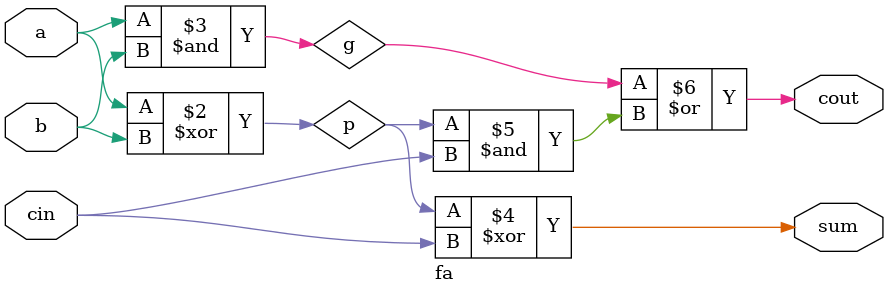
<source format=sv>
module fa(a,b,cin,sum,cout);
input logic a,b,cin;
output logic sum,cout;
logic p,g;
always_comb
begin
    p=a^b;
    g=a&b;
    sum=p^cin;
    cout=g|(p&cin);
end
endmodule


// or directly

// module fa(a,b,cin,sum,cout);
// input logic a,b,cin;
// output logic sum,cout;
// always_comb
// begin
//    sum=a^b^cin;
//    cout=(a&b)|((a^b)&cin);      or       cout=(a&b)|(b&cin)|(cin&a);;
// end
// endmodule

</source>
